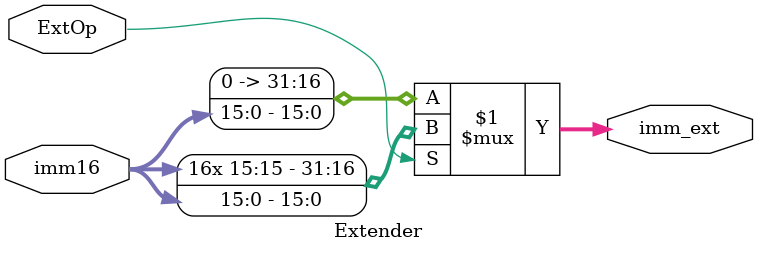
<source format=v>
`timescale 1ns / 1ps


module Extender(
    input [15:0] imm16,
    input ExtOp,
    output [31:0] imm_ext

    );
    assign imm_ext = ExtOp ? {{16{imm16[15]}}, imm16} : {16'b0, imm16};

endmodule

</source>
